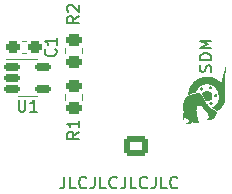
<source format=gto>
G04 #@! TF.GenerationSoftware,KiCad,Pcbnew,7.0.8*
G04 #@! TF.CreationDate,2024-01-19T21:48:40-07:00*
G04 #@! TF.ProjectId,wheelspeed,77686565-6c73-4706-9565-642e6b696361,v1*
G04 #@! TF.SameCoordinates,Original*
G04 #@! TF.FileFunction,Legend,Top*
G04 #@! TF.FilePolarity,Positive*
%FSLAX46Y46*%
G04 Gerber Fmt 4.6, Leading zero omitted, Abs format (unit mm)*
G04 Created by KiCad (PCBNEW 7.0.8) date 2024-01-19 21:48:40*
%MOMM*%
%LPD*%
G01*
G04 APERTURE LIST*
G04 Aperture macros list*
%AMRoundRect*
0 Rectangle with rounded corners*
0 $1 Rounding radius*
0 $2 $3 $4 $5 $6 $7 $8 $9 X,Y pos of 4 corners*
0 Add a 4 corners polygon primitive as box body*
4,1,4,$2,$3,$4,$5,$6,$7,$8,$9,$2,$3,0*
0 Add four circle primitives for the rounded corners*
1,1,$1+$1,$2,$3*
1,1,$1+$1,$4,$5*
1,1,$1+$1,$6,$7*
1,1,$1+$1,$8,$9*
0 Add four rect primitives between the rounded corners*
20,1,$1+$1,$2,$3,$4,$5,0*
20,1,$1+$1,$4,$5,$6,$7,0*
20,1,$1+$1,$6,$7,$8,$9,0*
20,1,$1+$1,$8,$9,$2,$3,0*%
G04 Aperture macros list end*
%ADD10C,0.150000*%
%ADD11C,0.120000*%
%ADD12RoundRect,0.250000X-0.450000X0.262500X-0.450000X-0.262500X0.450000X-0.262500X0.450000X0.262500X0*%
%ADD13C,4.500000*%
%ADD14RoundRect,0.250000X0.450000X-0.262500X0.450000X0.262500X-0.450000X0.262500X-0.450000X-0.262500X0*%
%ADD15RoundRect,0.275000X0.300000X0.275000X-0.300000X0.275000X-0.300000X-0.275000X0.300000X-0.275000X0*%
%ADD16RoundRect,0.150000X-0.512500X-0.150000X0.512500X-0.150000X0.512500X0.150000X-0.512500X0.150000X0*%
%ADD17C,1.200000*%
%ADD18RoundRect,0.250000X0.725000X-0.600000X0.725000X0.600000X-0.725000X0.600000X-0.725000X-0.600000X0*%
%ADD19O,1.950000X1.700000*%
G04 APERTURE END LIST*
D10*
X135522493Y-104769819D02*
X135522493Y-105484104D01*
X135522493Y-105484104D02*
X135474874Y-105626961D01*
X135474874Y-105626961D02*
X135379636Y-105722200D01*
X135379636Y-105722200D02*
X135236779Y-105769819D01*
X135236779Y-105769819D02*
X135141541Y-105769819D01*
X136474874Y-105769819D02*
X135998684Y-105769819D01*
X135998684Y-105769819D02*
X135998684Y-104769819D01*
X137379636Y-105674580D02*
X137332017Y-105722200D01*
X137332017Y-105722200D02*
X137189160Y-105769819D01*
X137189160Y-105769819D02*
X137093922Y-105769819D01*
X137093922Y-105769819D02*
X136951065Y-105722200D01*
X136951065Y-105722200D02*
X136855827Y-105626961D01*
X136855827Y-105626961D02*
X136808208Y-105531723D01*
X136808208Y-105531723D02*
X136760589Y-105341247D01*
X136760589Y-105341247D02*
X136760589Y-105198390D01*
X136760589Y-105198390D02*
X136808208Y-105007914D01*
X136808208Y-105007914D02*
X136855827Y-104912676D01*
X136855827Y-104912676D02*
X136951065Y-104817438D01*
X136951065Y-104817438D02*
X137093922Y-104769819D01*
X137093922Y-104769819D02*
X137189160Y-104769819D01*
X137189160Y-104769819D02*
X137332017Y-104817438D01*
X137332017Y-104817438D02*
X137379636Y-104865057D01*
X138093922Y-104769819D02*
X138093922Y-105484104D01*
X138093922Y-105484104D02*
X138046303Y-105626961D01*
X138046303Y-105626961D02*
X137951065Y-105722200D01*
X137951065Y-105722200D02*
X137808208Y-105769819D01*
X137808208Y-105769819D02*
X137712970Y-105769819D01*
X139046303Y-105769819D02*
X138570113Y-105769819D01*
X138570113Y-105769819D02*
X138570113Y-104769819D01*
X139951065Y-105674580D02*
X139903446Y-105722200D01*
X139903446Y-105722200D02*
X139760589Y-105769819D01*
X139760589Y-105769819D02*
X139665351Y-105769819D01*
X139665351Y-105769819D02*
X139522494Y-105722200D01*
X139522494Y-105722200D02*
X139427256Y-105626961D01*
X139427256Y-105626961D02*
X139379637Y-105531723D01*
X139379637Y-105531723D02*
X139332018Y-105341247D01*
X139332018Y-105341247D02*
X139332018Y-105198390D01*
X139332018Y-105198390D02*
X139379637Y-105007914D01*
X139379637Y-105007914D02*
X139427256Y-104912676D01*
X139427256Y-104912676D02*
X139522494Y-104817438D01*
X139522494Y-104817438D02*
X139665351Y-104769819D01*
X139665351Y-104769819D02*
X139760589Y-104769819D01*
X139760589Y-104769819D02*
X139903446Y-104817438D01*
X139903446Y-104817438D02*
X139951065Y-104865057D01*
X140665351Y-104769819D02*
X140665351Y-105484104D01*
X140665351Y-105484104D02*
X140617732Y-105626961D01*
X140617732Y-105626961D02*
X140522494Y-105722200D01*
X140522494Y-105722200D02*
X140379637Y-105769819D01*
X140379637Y-105769819D02*
X140284399Y-105769819D01*
X141617732Y-105769819D02*
X141141542Y-105769819D01*
X141141542Y-105769819D02*
X141141542Y-104769819D01*
X142522494Y-105674580D02*
X142474875Y-105722200D01*
X142474875Y-105722200D02*
X142332018Y-105769819D01*
X142332018Y-105769819D02*
X142236780Y-105769819D01*
X142236780Y-105769819D02*
X142093923Y-105722200D01*
X142093923Y-105722200D02*
X141998685Y-105626961D01*
X141998685Y-105626961D02*
X141951066Y-105531723D01*
X141951066Y-105531723D02*
X141903447Y-105341247D01*
X141903447Y-105341247D02*
X141903447Y-105198390D01*
X141903447Y-105198390D02*
X141951066Y-105007914D01*
X141951066Y-105007914D02*
X141998685Y-104912676D01*
X141998685Y-104912676D02*
X142093923Y-104817438D01*
X142093923Y-104817438D02*
X142236780Y-104769819D01*
X142236780Y-104769819D02*
X142332018Y-104769819D01*
X142332018Y-104769819D02*
X142474875Y-104817438D01*
X142474875Y-104817438D02*
X142522494Y-104865057D01*
X143236780Y-104769819D02*
X143236780Y-105484104D01*
X143236780Y-105484104D02*
X143189161Y-105626961D01*
X143189161Y-105626961D02*
X143093923Y-105722200D01*
X143093923Y-105722200D02*
X142951066Y-105769819D01*
X142951066Y-105769819D02*
X142855828Y-105769819D01*
X144189161Y-105769819D02*
X143712971Y-105769819D01*
X143712971Y-105769819D02*
X143712971Y-104769819D01*
X145093923Y-105674580D02*
X145046304Y-105722200D01*
X145046304Y-105722200D02*
X144903447Y-105769819D01*
X144903447Y-105769819D02*
X144808209Y-105769819D01*
X144808209Y-105769819D02*
X144665352Y-105722200D01*
X144665352Y-105722200D02*
X144570114Y-105626961D01*
X144570114Y-105626961D02*
X144522495Y-105531723D01*
X144522495Y-105531723D02*
X144474876Y-105341247D01*
X144474876Y-105341247D02*
X144474876Y-105198390D01*
X144474876Y-105198390D02*
X144522495Y-105007914D01*
X144522495Y-105007914D02*
X144570114Y-104912676D01*
X144570114Y-104912676D02*
X144665352Y-104817438D01*
X144665352Y-104817438D02*
X144808209Y-104769819D01*
X144808209Y-104769819D02*
X144903447Y-104769819D01*
X144903447Y-104769819D02*
X145046304Y-104817438D01*
X145046304Y-104817438D02*
X145093923Y-104865057D01*
X147922200Y-95910839D02*
X147969819Y-95767982D01*
X147969819Y-95767982D02*
X147969819Y-95529887D01*
X147969819Y-95529887D02*
X147922200Y-95434649D01*
X147922200Y-95434649D02*
X147874580Y-95387030D01*
X147874580Y-95387030D02*
X147779342Y-95339411D01*
X147779342Y-95339411D02*
X147684104Y-95339411D01*
X147684104Y-95339411D02*
X147588866Y-95387030D01*
X147588866Y-95387030D02*
X147541247Y-95434649D01*
X147541247Y-95434649D02*
X147493628Y-95529887D01*
X147493628Y-95529887D02*
X147446009Y-95720363D01*
X147446009Y-95720363D02*
X147398390Y-95815601D01*
X147398390Y-95815601D02*
X147350771Y-95863220D01*
X147350771Y-95863220D02*
X147255533Y-95910839D01*
X147255533Y-95910839D02*
X147160295Y-95910839D01*
X147160295Y-95910839D02*
X147065057Y-95863220D01*
X147065057Y-95863220D02*
X147017438Y-95815601D01*
X147017438Y-95815601D02*
X146969819Y-95720363D01*
X146969819Y-95720363D02*
X146969819Y-95482268D01*
X146969819Y-95482268D02*
X147017438Y-95339411D01*
X147969819Y-94910839D02*
X146969819Y-94910839D01*
X146969819Y-94910839D02*
X146969819Y-94672744D01*
X146969819Y-94672744D02*
X147017438Y-94529887D01*
X147017438Y-94529887D02*
X147112676Y-94434649D01*
X147112676Y-94434649D02*
X147207914Y-94387030D01*
X147207914Y-94387030D02*
X147398390Y-94339411D01*
X147398390Y-94339411D02*
X147541247Y-94339411D01*
X147541247Y-94339411D02*
X147731723Y-94387030D01*
X147731723Y-94387030D02*
X147826961Y-94434649D01*
X147826961Y-94434649D02*
X147922200Y-94529887D01*
X147922200Y-94529887D02*
X147969819Y-94672744D01*
X147969819Y-94672744D02*
X147969819Y-94910839D01*
X147969819Y-93910839D02*
X146969819Y-93910839D01*
X146969819Y-93910839D02*
X147684104Y-93577506D01*
X147684104Y-93577506D02*
X146969819Y-93244173D01*
X146969819Y-93244173D02*
X147969819Y-93244173D01*
X136748569Y-91179166D02*
X136272378Y-91512499D01*
X136748569Y-91750594D02*
X135748569Y-91750594D01*
X135748569Y-91750594D02*
X135748569Y-91369642D01*
X135748569Y-91369642D02*
X135796188Y-91274404D01*
X135796188Y-91274404D02*
X135843807Y-91226785D01*
X135843807Y-91226785D02*
X135939045Y-91179166D01*
X135939045Y-91179166D02*
X136081902Y-91179166D01*
X136081902Y-91179166D02*
X136177140Y-91226785D01*
X136177140Y-91226785D02*
X136224759Y-91274404D01*
X136224759Y-91274404D02*
X136272378Y-91369642D01*
X136272378Y-91369642D02*
X136272378Y-91750594D01*
X135843807Y-90798213D02*
X135796188Y-90750594D01*
X135796188Y-90750594D02*
X135748569Y-90655356D01*
X135748569Y-90655356D02*
X135748569Y-90417261D01*
X135748569Y-90417261D02*
X135796188Y-90322023D01*
X135796188Y-90322023D02*
X135843807Y-90274404D01*
X135843807Y-90274404D02*
X135939045Y-90226785D01*
X135939045Y-90226785D02*
X136034283Y-90226785D01*
X136034283Y-90226785D02*
X136177140Y-90274404D01*
X136177140Y-90274404D02*
X136748569Y-90845832D01*
X136748569Y-90845832D02*
X136748569Y-90226785D01*
X136748569Y-100979166D02*
X136272378Y-101312499D01*
X136748569Y-101550594D02*
X135748569Y-101550594D01*
X135748569Y-101550594D02*
X135748569Y-101169642D01*
X135748569Y-101169642D02*
X135796188Y-101074404D01*
X135796188Y-101074404D02*
X135843807Y-101026785D01*
X135843807Y-101026785D02*
X135939045Y-100979166D01*
X135939045Y-100979166D02*
X136081902Y-100979166D01*
X136081902Y-100979166D02*
X136177140Y-101026785D01*
X136177140Y-101026785D02*
X136224759Y-101074404D01*
X136224759Y-101074404D02*
X136272378Y-101169642D01*
X136272378Y-101169642D02*
X136272378Y-101550594D01*
X136748569Y-100026785D02*
X136748569Y-100598213D01*
X136748569Y-100312499D02*
X135748569Y-100312499D01*
X135748569Y-100312499D02*
X135891426Y-100407737D01*
X135891426Y-100407737D02*
X135986664Y-100502975D01*
X135986664Y-100502975D02*
X136034283Y-100598213D01*
X134759580Y-93966666D02*
X134807200Y-94014285D01*
X134807200Y-94014285D02*
X134854819Y-94157142D01*
X134854819Y-94157142D02*
X134854819Y-94252380D01*
X134854819Y-94252380D02*
X134807200Y-94395237D01*
X134807200Y-94395237D02*
X134711961Y-94490475D01*
X134711961Y-94490475D02*
X134616723Y-94538094D01*
X134616723Y-94538094D02*
X134426247Y-94585713D01*
X134426247Y-94585713D02*
X134283390Y-94585713D01*
X134283390Y-94585713D02*
X134092914Y-94538094D01*
X134092914Y-94538094D02*
X133997676Y-94490475D01*
X133997676Y-94490475D02*
X133902438Y-94395237D01*
X133902438Y-94395237D02*
X133854819Y-94252380D01*
X133854819Y-94252380D02*
X133854819Y-94157142D01*
X133854819Y-94157142D02*
X133902438Y-94014285D01*
X133902438Y-94014285D02*
X133950057Y-93966666D01*
X134854819Y-93014285D02*
X134854819Y-93585713D01*
X134854819Y-93299999D02*
X133854819Y-93299999D01*
X133854819Y-93299999D02*
X133997676Y-93395237D01*
X133997676Y-93395237D02*
X134092914Y-93490475D01*
X134092914Y-93490475D02*
X134140533Y-93585713D01*
X131638095Y-98254819D02*
X131638095Y-99064342D01*
X131638095Y-99064342D02*
X131685714Y-99159580D01*
X131685714Y-99159580D02*
X131733333Y-99207200D01*
X131733333Y-99207200D02*
X131828571Y-99254819D01*
X131828571Y-99254819D02*
X132019047Y-99254819D01*
X132019047Y-99254819D02*
X132114285Y-99207200D01*
X132114285Y-99207200D02*
X132161904Y-99159580D01*
X132161904Y-99159580D02*
X132209523Y-99064342D01*
X132209523Y-99064342D02*
X132209523Y-98254819D01*
X133209523Y-99254819D02*
X132638095Y-99254819D01*
X132923809Y-99254819D02*
X132923809Y-98254819D01*
X132923809Y-98254819D02*
X132828571Y-98397676D01*
X132828571Y-98397676D02*
X132733333Y-98492914D01*
X132733333Y-98492914D02*
X132638095Y-98540533D01*
D11*
X137028750Y-93885436D02*
X137028750Y-94339564D01*
X135558750Y-93885436D02*
X135558750Y-94339564D01*
X135558750Y-98239564D02*
X135558750Y-97785436D01*
X137028750Y-98239564D02*
X137028750Y-97785436D01*
X132240580Y-94310000D02*
X131959420Y-94310000D01*
X132240580Y-93290000D02*
X131959420Y-93290000D01*
X132393750Y-94840000D02*
X130593750Y-94840000D01*
X132393750Y-94840000D02*
X133193750Y-94840000D01*
X132393750Y-97960000D02*
X131593750Y-97960000D01*
X132393750Y-97960000D02*
X133193750Y-97960000D01*
G36*
X148343323Y-97776157D02*
G01*
X148367333Y-97783106D01*
X148389368Y-97795329D01*
X148410376Y-97813088D01*
X148428497Y-97835173D01*
X148441067Y-97860010D01*
X148447988Y-97887295D01*
X148449163Y-97916727D01*
X148447916Y-97929679D01*
X148442963Y-97949146D01*
X148433789Y-97969632D01*
X148421550Y-97988970D01*
X148408091Y-98004347D01*
X148385847Y-98021228D01*
X148360673Y-98032954D01*
X148333481Y-98039302D01*
X148305184Y-98040048D01*
X148279902Y-98035842D01*
X148254105Y-98026168D01*
X148231896Y-98011979D01*
X148213491Y-97994025D01*
X148199105Y-97973055D01*
X148188953Y-97949817D01*
X148183251Y-97925059D01*
X148182214Y-97899531D01*
X148186058Y-97873982D01*
X148194998Y-97849159D01*
X148209249Y-97825812D01*
X148216845Y-97816653D01*
X148237171Y-97797946D01*
X148259576Y-97784798D01*
X148284734Y-97776919D01*
X148313317Y-97774020D01*
X148316164Y-97773993D01*
X148343323Y-97776157D01*
G37*
G36*
X147165582Y-97213928D02*
G01*
X147192973Y-97219837D01*
X147218046Y-97230937D01*
X147240146Y-97246773D01*
X147258622Y-97266891D01*
X147272819Y-97290840D01*
X147281063Y-97313978D01*
X147283813Y-97332033D01*
X147283970Y-97352801D01*
X147281659Y-97373371D01*
X147277867Y-97388467D01*
X147269823Y-97407992D01*
X147259716Y-97424309D01*
X147245936Y-97439865D01*
X147240870Y-97444726D01*
X147218530Y-97461548D01*
X147193905Y-97473030D01*
X147167871Y-97479187D01*
X147141303Y-97480034D01*
X147115079Y-97475587D01*
X147090074Y-97465861D01*
X147067165Y-97450873D01*
X147056806Y-97441446D01*
X147038753Y-97419896D01*
X147026473Y-97397215D01*
X147019516Y-97372302D01*
X147017430Y-97344988D01*
X147020428Y-97317218D01*
X147028894Y-97291370D01*
X147042227Y-97268107D01*
X147059828Y-97248089D01*
X147081097Y-97231978D01*
X147105434Y-97220437D01*
X147132239Y-97214125D01*
X147136527Y-97213662D01*
X147165582Y-97213928D01*
G37*
G36*
X147918106Y-97121606D02*
G01*
X147944202Y-97128725D01*
X147966451Y-97139588D01*
X147986574Y-97155106D01*
X147992485Y-97160837D01*
X148005685Y-97175755D01*
X148014972Y-97190268D01*
X148019668Y-97200558D01*
X148026395Y-97223271D01*
X148029666Y-97247847D01*
X148029250Y-97271722D01*
X148027217Y-97284287D01*
X148018225Y-97310686D01*
X148004580Y-97333655D01*
X147987022Y-97352922D01*
X147966293Y-97368218D01*
X147943132Y-97379272D01*
X147918281Y-97385812D01*
X147892479Y-97387569D01*
X147866467Y-97384272D01*
X147840987Y-97375650D01*
X147816777Y-97361432D01*
X147816565Y-97361276D01*
X147795899Y-97342814D01*
X147780581Y-97321618D01*
X147770424Y-97297295D01*
X147765239Y-97269449D01*
X147764437Y-97251471D01*
X147764578Y-97236696D01*
X147765310Y-97226026D01*
X147767080Y-97217317D01*
X147770333Y-97208424D01*
X147775518Y-97197202D01*
X147775922Y-97196363D01*
X147790492Y-97172721D01*
X147809173Y-97152841D01*
X147831097Y-97137179D01*
X147855396Y-97126192D01*
X147881203Y-97120336D01*
X147907648Y-97120067D01*
X147918106Y-97121606D01*
G37*
G36*
X147950989Y-98417315D02*
G01*
X147962831Y-98417721D01*
X147971619Y-98418729D01*
X147978949Y-98420610D01*
X147986419Y-98423634D01*
X147994156Y-98427346D01*
X148017886Y-98442388D01*
X148037591Y-98461806D01*
X148052743Y-98484796D01*
X148062814Y-98510555D01*
X148067276Y-98538280D01*
X148067295Y-98538664D01*
X148067550Y-98552684D01*
X148067063Y-98566105D01*
X148065940Y-98576279D01*
X148065757Y-98577206D01*
X148058125Y-98600031D01*
X148045688Y-98622085D01*
X148029577Y-98641911D01*
X148010925Y-98658051D01*
X147996107Y-98666787D01*
X147967984Y-98676987D01*
X147939847Y-98681250D01*
X147912325Y-98679683D01*
X147886041Y-98672392D01*
X147861624Y-98659481D01*
X147839700Y-98641056D01*
X147838961Y-98640287D01*
X147821447Y-98617780D01*
X147809392Y-98593315D01*
X147802655Y-98567661D01*
X147801096Y-98541588D01*
X147804573Y-98515866D01*
X147812948Y-98491266D01*
X147826078Y-98468556D01*
X147843824Y-98448506D01*
X147866045Y-98431887D01*
X147878171Y-98425397D01*
X147885994Y-98421935D01*
X147893184Y-98419614D01*
X147901293Y-98418211D01*
X147911872Y-98417500D01*
X147926473Y-98417256D01*
X147934494Y-98417239D01*
X147950989Y-98417315D01*
G37*
G36*
X146089012Y-100081691D02*
G01*
X146100414Y-100088604D01*
X146110330Y-100095193D01*
X146135221Y-100111014D01*
X146162987Y-100126684D01*
X146191465Y-100141080D01*
X146218493Y-100153079D01*
X146231094Y-100157939D01*
X146245078Y-100162654D01*
X146261161Y-100167548D01*
X146277890Y-100172237D01*
X146293811Y-100176340D01*
X146307471Y-100179473D01*
X146317415Y-100181254D01*
X146320692Y-100181519D01*
X146326938Y-100182341D01*
X146328412Y-100185046D01*
X146324933Y-100189986D01*
X146316317Y-100197516D01*
X146309877Y-100202474D01*
X146268443Y-100230911D01*
X146226703Y-100254007D01*
X146183548Y-100272198D01*
X146137870Y-100285922D01*
X146088558Y-100295612D01*
X146064694Y-100298796D01*
X146046436Y-100300784D01*
X146032037Y-100301899D01*
X146019293Y-100302138D01*
X146006000Y-100301501D01*
X145989955Y-100299986D01*
X145978964Y-100298756D01*
X145938112Y-100292774D01*
X145899752Y-100284617D01*
X145865436Y-100274634D01*
X145855384Y-100271044D01*
X145841772Y-100265624D01*
X145827636Y-100259503D01*
X145814268Y-100253300D01*
X145802958Y-100247633D01*
X145794998Y-100243121D01*
X145791768Y-100240562D01*
X145793687Y-100239143D01*
X145800384Y-100238139D01*
X145809971Y-100237776D01*
X145849511Y-100234778D01*
X145889294Y-100226057D01*
X145928335Y-100212017D01*
X145965653Y-100193062D01*
X146000264Y-100169600D01*
X146023269Y-100149846D01*
X146033967Y-100138872D01*
X146045390Y-100125817D01*
X146056540Y-100111974D01*
X146066418Y-100098640D01*
X146074026Y-100087109D01*
X146078364Y-100078675D01*
X146078536Y-100078186D01*
X146081559Y-100078133D01*
X146089012Y-100081691D01*
G37*
G36*
X147665065Y-97504355D02*
G01*
X147693297Y-97509178D01*
X147742005Y-97522846D01*
X147788593Y-97542110D01*
X147832648Y-97566551D01*
X147873757Y-97595753D01*
X147911508Y-97629296D01*
X147945487Y-97666764D01*
X147975283Y-97707739D01*
X148000482Y-97751803D01*
X148020672Y-97798539D01*
X148035439Y-97847529D01*
X148037756Y-97857795D01*
X148040974Y-97877439D01*
X148043398Y-97901378D01*
X148044949Y-97927701D01*
X148045550Y-97954494D01*
X148045120Y-97979844D01*
X148043661Y-98001089D01*
X148036491Y-98045102D01*
X148024363Y-98090120D01*
X148007908Y-98134348D01*
X147987756Y-98175993D01*
X147973840Y-98199483D01*
X147943259Y-98241505D01*
X147908315Y-98279155D01*
X147869323Y-98312207D01*
X147826598Y-98340435D01*
X147780455Y-98363612D01*
X147731209Y-98381513D01*
X147713474Y-98386444D01*
X147702481Y-98389195D01*
X147692944Y-98391296D01*
X147683763Y-98392836D01*
X147673835Y-98393904D01*
X147662060Y-98394589D01*
X147647335Y-98394981D01*
X147628559Y-98395168D01*
X147604700Y-98395240D01*
X147578603Y-98395203D01*
X147557978Y-98394915D01*
X147542048Y-98394248D01*
X147530036Y-98393073D01*
X147521165Y-98391265D01*
X147514658Y-98388696D01*
X147509738Y-98385237D01*
X147505627Y-98380763D01*
X147504106Y-98378758D01*
X147480842Y-98346404D01*
X147457721Y-98313097D01*
X147435295Y-98279698D01*
X147414113Y-98247069D01*
X147394728Y-98216069D01*
X147377690Y-98187559D01*
X147363549Y-98162399D01*
X147354739Y-98145359D01*
X147346532Y-98127686D01*
X147338014Y-98107812D01*
X147330409Y-98088663D01*
X147326587Y-98078135D01*
X147318206Y-98054592D01*
X147309935Y-98033383D01*
X147301300Y-98013718D01*
X147291824Y-97994803D01*
X147281035Y-97975849D01*
X147268456Y-97956063D01*
X147253614Y-97934654D01*
X147236033Y-97910830D01*
X147215239Y-97883800D01*
X147193490Y-97856210D01*
X147155785Y-97808746D01*
X147159862Y-97792641D01*
X147164356Y-97779162D01*
X147171690Y-97762044D01*
X147181123Y-97742769D01*
X147191914Y-97722822D01*
X147203321Y-97703686D01*
X147207728Y-97696838D01*
X147218865Y-97681797D01*
X147233782Y-97664302D01*
X147251230Y-97645609D01*
X147269958Y-97626975D01*
X147288718Y-97609658D01*
X147306260Y-97594913D01*
X147317165Y-97586782D01*
X147352895Y-97564591D01*
X147392576Y-97544642D01*
X147399987Y-97541375D01*
X147440918Y-97526221D01*
X147484945Y-97514463D01*
X147530720Y-97506250D01*
X147576897Y-97501729D01*
X147622128Y-97501048D01*
X147665065Y-97504355D01*
G37*
G36*
X147039617Y-97754155D02*
G01*
X147087652Y-97800092D01*
X147131189Y-97846031D01*
X147169750Y-97891440D01*
X147202859Y-97935781D01*
X147208295Y-97943743D01*
X147223550Y-97967966D01*
X147238822Y-97995406D01*
X147254483Y-98026804D01*
X147270904Y-98062901D01*
X147285994Y-98098450D01*
X147299866Y-98131718D01*
X147312135Y-98160251D01*
X147323409Y-98185158D01*
X147334295Y-98207545D01*
X147345398Y-98228519D01*
X147357327Y-98249186D01*
X147370689Y-98270654D01*
X147386090Y-98294029D01*
X147404138Y-98320418D01*
X147420927Y-98344498D01*
X147481837Y-98429985D01*
X147540793Y-98509835D01*
X147597985Y-98584284D01*
X147653602Y-98653567D01*
X147707835Y-98717919D01*
X147760872Y-98777576D01*
X147812902Y-98832773D01*
X147818726Y-98838740D01*
X147867570Y-98887177D01*
X147913982Y-98930216D01*
X147958276Y-98968073D01*
X148000768Y-99000966D01*
X148041772Y-99029111D01*
X148081604Y-99052723D01*
X148120580Y-99072021D01*
X148159013Y-99087219D01*
X148196609Y-99098384D01*
X148211640Y-99102634D01*
X148225969Y-99107911D01*
X148240152Y-99114622D01*
X148254745Y-99123175D01*
X148270304Y-99133981D01*
X148287385Y-99147446D01*
X148306544Y-99163980D01*
X148328337Y-99183992D01*
X148353320Y-99207890D01*
X148376518Y-99230615D01*
X148448554Y-99301723D01*
X148449023Y-99332044D01*
X148449017Y-99347411D01*
X148448278Y-99358267D01*
X148446567Y-99366331D01*
X148443645Y-99373321D01*
X148443166Y-99374236D01*
X148439583Y-99380611D01*
X148433383Y-99391270D01*
X148425193Y-99405155D01*
X148415636Y-99421205D01*
X148405339Y-99438362D01*
X148404810Y-99439240D01*
X148393156Y-99458855D01*
X148381020Y-99479765D01*
X148369404Y-99500217D01*
X148359305Y-99518455D01*
X148353197Y-99529876D01*
X148321322Y-99589753D01*
X148291177Y-99643942D01*
X148262592Y-99692710D01*
X148235396Y-99736323D01*
X148209415Y-99775047D01*
X148184480Y-99809149D01*
X148160418Y-99838896D01*
X148139299Y-99862236D01*
X148128010Y-99873522D01*
X148116360Y-99884397D01*
X148106206Y-99893155D01*
X148102506Y-99896035D01*
X148089716Y-99903850D01*
X148071269Y-99912749D01*
X148047629Y-99922550D01*
X148019260Y-99933069D01*
X147986627Y-99944125D01*
X147954743Y-99954156D01*
X147940363Y-99958269D01*
X147920933Y-99963432D01*
X147897518Y-99969394D01*
X147871182Y-99975901D01*
X147842989Y-99982699D01*
X147814003Y-99989537D01*
X147785287Y-99996160D01*
X147757907Y-100002316D01*
X147732926Y-100007752D01*
X147711408Y-100012214D01*
X147706740Y-100013139D01*
X147694651Y-100015736D01*
X147682487Y-100018680D01*
X147680697Y-100019153D01*
X147671387Y-100020920D01*
X147664753Y-100019794D01*
X147660739Y-100017580D01*
X147653744Y-100010454D01*
X147646332Y-99998686D01*
X147639168Y-99983792D01*
X147632918Y-99967287D01*
X147628248Y-99950686D01*
X147626155Y-99938862D01*
X147625640Y-99930665D01*
X147626435Y-99922812D01*
X147628956Y-99914536D01*
X147633618Y-99905071D01*
X147640838Y-99893651D01*
X147651032Y-99879510D01*
X147664615Y-99861882D01*
X147675251Y-99848452D01*
X147698020Y-99818583D01*
X147716110Y-99791880D01*
X147729852Y-99767770D01*
X147739576Y-99745679D01*
X147745099Y-99727338D01*
X147748261Y-99712035D01*
X147749650Y-99699422D01*
X147749270Y-99687051D01*
X147747125Y-99672468D01*
X147745213Y-99662705D01*
X147733672Y-99617059D01*
X147717177Y-99568132D01*
X147695883Y-99516246D01*
X147669941Y-99461725D01*
X147639506Y-99404891D01*
X147604730Y-99346067D01*
X147566878Y-99287235D01*
X147500081Y-99191657D01*
X147430610Y-99100948D01*
X147357550Y-99013974D01*
X147279982Y-98929606D01*
X147261119Y-98910156D01*
X147225606Y-98874640D01*
X147192722Y-98843271D01*
X147162644Y-98816198D01*
X147135549Y-98793567D01*
X147111615Y-98775528D01*
X147091019Y-98762227D01*
X147073937Y-98753812D01*
X147073385Y-98753600D01*
X147062132Y-98750336D01*
X147046191Y-98747049D01*
X147027123Y-98743949D01*
X147006486Y-98741248D01*
X146985838Y-98739155D01*
X146966740Y-98737882D01*
X146954860Y-98737591D01*
X146940373Y-98738136D01*
X146922769Y-98739589D01*
X146905068Y-98741680D01*
X146898780Y-98742612D01*
X146859606Y-98751115D01*
X146825343Y-98763440D01*
X146795882Y-98779682D01*
X146771118Y-98799937D01*
X146750941Y-98824300D01*
X146735243Y-98852869D01*
X146723918Y-98885738D01*
X146720410Y-98900992D01*
X146711235Y-98957650D01*
X146705285Y-99019206D01*
X146702511Y-99085235D01*
X146702864Y-99155310D01*
X146706296Y-99229005D01*
X146712758Y-99305894D01*
X146722200Y-99385549D01*
X146734574Y-99467546D01*
X146749832Y-99551458D01*
X146767924Y-99636858D01*
X146788802Y-99723320D01*
X146812416Y-99810418D01*
X146832168Y-99876794D01*
X146843213Y-99911573D01*
X146854720Y-99945818D01*
X146867234Y-99981053D01*
X146881295Y-100018802D01*
X146897447Y-100060589D01*
X146898502Y-100063278D01*
X146905484Y-100080976D01*
X146911287Y-100095408D01*
X146916591Y-100108153D01*
X146922077Y-100120791D01*
X146928426Y-100134903D01*
X146936318Y-100152067D01*
X146942560Y-100165529D01*
X146948231Y-100177964D01*
X146952746Y-100188297D01*
X146955545Y-100195219D01*
X146956183Y-100197342D01*
X146953227Y-100199928D01*
X146944938Y-100203116D01*
X146932183Y-100206713D01*
X146915826Y-100210524D01*
X146896734Y-100214354D01*
X146875775Y-100218009D01*
X146853813Y-100221294D01*
X146843669Y-100222620D01*
X146831904Y-100223668D01*
X146815477Y-100224550D01*
X146795522Y-100225260D01*
X146773170Y-100225787D01*
X146749554Y-100226125D01*
X146725808Y-100226264D01*
X146703063Y-100226196D01*
X146682451Y-100225913D01*
X146665107Y-100225406D01*
X146652161Y-100224667D01*
X146646770Y-100224078D01*
X146637907Y-100222932D01*
X146625630Y-100221589D01*
X146613953Y-100220465D01*
X146579644Y-100216785D01*
X146541231Y-100211600D01*
X146500590Y-100205229D01*
X146459596Y-100197990D01*
X146420125Y-100190202D01*
X146384052Y-100182184D01*
X146373299Y-100179564D01*
X146315655Y-100162814D01*
X146259701Y-100141676D01*
X146204384Y-100115684D01*
X146148649Y-100084373D01*
X146126900Y-100070829D01*
X146092278Y-100048142D01*
X146061293Y-100026501D01*
X146032634Y-100004843D01*
X146004991Y-99982104D01*
X145977052Y-99957223D01*
X145947508Y-99929137D01*
X145926369Y-99908203D01*
X145898341Y-99879443D01*
X145874934Y-99853978D01*
X145855767Y-99831352D01*
X145840462Y-99811109D01*
X145828637Y-99792792D01*
X145825287Y-99786818D01*
X145819675Y-99775724D01*
X145816815Y-99767531D01*
X145816131Y-99759850D01*
X145816851Y-99751778D01*
X145822169Y-99730923D01*
X145832668Y-99708231D01*
X145847779Y-99684315D01*
X145866930Y-99659787D01*
X145889555Y-99635262D01*
X145915081Y-99611353D01*
X145942941Y-99588673D01*
X145972565Y-99567836D01*
X146003383Y-99549454D01*
X146006066Y-99548011D01*
X146015578Y-99543268D01*
X146025659Y-99539047D01*
X146037440Y-99534990D01*
X146052051Y-99530737D01*
X146070625Y-99525931D01*
X146092014Y-99520752D01*
X146117984Y-99513757D01*
X146138956Y-99506064D01*
X146156180Y-99497032D01*
X146170909Y-99486024D01*
X146182497Y-99474529D01*
X146192336Y-99462898D01*
X146198308Y-99454139D01*
X146200153Y-99448710D01*
X146198059Y-99447053D01*
X146194672Y-99448677D01*
X146187978Y-99452827D01*
X146183213Y-99456014D01*
X146162278Y-99468684D01*
X146138036Y-99480079D01*
X146109634Y-99490533D01*
X146076221Y-99500381D01*
X146059197Y-99504735D01*
X146027090Y-99514483D01*
X145992238Y-99528368D01*
X145955874Y-99545708D01*
X145919231Y-99565816D01*
X145883541Y-99588009D01*
X145850035Y-99611601D01*
X145819947Y-99635908D01*
X145814623Y-99640637D01*
X145771509Y-99683714D01*
X145733411Y-99730486D01*
X145700412Y-99780805D01*
X145672594Y-99834527D01*
X145650041Y-99891507D01*
X145632834Y-99951599D01*
X145629792Y-99965141D01*
X145626422Y-99981610D01*
X145623370Y-99997823D01*
X145621012Y-100011696D01*
X145619877Y-100019745D01*
X145618397Y-100029066D01*
X145616666Y-100034967D01*
X145615368Y-100036173D01*
X145613025Y-100032488D01*
X145609103Y-100023857D01*
X145603981Y-100011269D01*
X145598038Y-99995715D01*
X145591652Y-99978185D01*
X145585203Y-99959667D01*
X145579480Y-99942427D01*
X145572099Y-99918134D01*
X145564660Y-99891078D01*
X145557685Y-99863341D01*
X145551693Y-99837009D01*
X145547206Y-99814165D01*
X145546694Y-99811161D01*
X145544308Y-99796897D01*
X145541826Y-99782173D01*
X145540156Y-99772353D01*
X145538513Y-99759272D01*
X145537463Y-99744223D01*
X145537258Y-99735815D01*
X145536795Y-99725288D01*
X145535589Y-99717447D01*
X145534133Y-99714274D01*
X145532761Y-99710448D01*
X145531790Y-99701972D01*
X145531218Y-99690431D01*
X145531045Y-99677414D01*
X145531273Y-99664506D01*
X145531901Y-99653296D01*
X145532928Y-99645371D01*
X145534133Y-99642390D01*
X145535846Y-99638439D01*
X145537004Y-99630256D01*
X145537313Y-99622672D01*
X145538341Y-99604692D01*
X145541136Y-99582382D01*
X145545400Y-99557312D01*
X145550837Y-99531054D01*
X145557149Y-99505179D01*
X145563985Y-99481433D01*
X145585994Y-99421450D01*
X145613529Y-99363727D01*
X145646806Y-99307859D01*
X145683722Y-99256405D01*
X145698217Y-99238821D01*
X145716293Y-99218504D01*
X145736730Y-99196720D01*
X145758303Y-99174733D01*
X145779790Y-99153810D01*
X145799970Y-99135216D01*
X145805536Y-99130324D01*
X145816357Y-99120648D01*
X145824836Y-99112502D01*
X145830185Y-99106687D01*
X145831617Y-99104004D01*
X145831507Y-99103936D01*
X145826814Y-99104869D01*
X145818014Y-99108827D01*
X145806120Y-99115250D01*
X145792144Y-99123576D01*
X145777099Y-99133244D01*
X145770099Y-99137986D01*
X145736297Y-99164369D01*
X145702701Y-99196708D01*
X145669593Y-99234711D01*
X145643712Y-99268906D01*
X145635288Y-99280718D01*
X145629808Y-99288303D01*
X145626557Y-99292503D01*
X145624817Y-99294157D01*
X145623873Y-99294106D01*
X145623007Y-99293189D01*
X145623001Y-99293183D01*
X145620861Y-99288554D01*
X145617873Y-99278502D01*
X145614184Y-99263773D01*
X145609940Y-99245117D01*
X145605287Y-99223280D01*
X145600371Y-99199010D01*
X145595339Y-99173055D01*
X145590337Y-99146163D01*
X145585510Y-99119082D01*
X145581005Y-99092558D01*
X145576968Y-99067341D01*
X145573546Y-99044177D01*
X145571823Y-99031377D01*
X145567162Y-98989734D01*
X145563411Y-98945067D01*
X145560598Y-98898590D01*
X145558749Y-98851514D01*
X145557894Y-98805051D01*
X145558060Y-98760413D01*
X145559274Y-98718811D01*
X145561564Y-98681459D01*
X145563357Y-98662582D01*
X145573486Y-98586760D01*
X145586779Y-98515602D01*
X145603504Y-98448231D01*
X145623930Y-98383772D01*
X145648325Y-98321348D01*
X145676958Y-98260083D01*
X145699634Y-98217473D01*
X145725459Y-98174065D01*
X145752499Y-98134548D01*
X145781437Y-98098258D01*
X145812959Y-98064533D01*
X145847749Y-98032709D01*
X145886492Y-98002123D01*
X145929872Y-97972111D01*
X145978574Y-97942010D01*
X145992002Y-97934197D01*
X146042061Y-97907340D01*
X146097397Y-97881186D01*
X146157049Y-97856067D01*
X146220055Y-97832314D01*
X146285452Y-97810260D01*
X146352279Y-97790235D01*
X146419573Y-97772572D01*
X146486372Y-97757602D01*
X146526442Y-97749938D01*
X146539054Y-97747693D01*
X146554603Y-97744928D01*
X146569871Y-97742214D01*
X146570879Y-97742034D01*
X146610269Y-97735590D01*
X146653607Y-97729479D01*
X146699600Y-97723824D01*
X146746957Y-97718745D01*
X146794385Y-97714365D01*
X146840592Y-97710805D01*
X146884284Y-97708185D01*
X146924170Y-97706628D01*
X146952106Y-97706229D01*
X146987097Y-97706214D01*
X147039617Y-97754155D01*
G37*
G36*
X149157564Y-95470875D02*
G01*
X149159034Y-95476084D01*
X149159758Y-95479378D01*
X149160301Y-95485050D01*
X149160785Y-95496122D01*
X149161209Y-95511984D01*
X149161575Y-95532026D01*
X149161882Y-95555636D01*
X149162131Y-95582206D01*
X149162322Y-95611124D01*
X149162455Y-95641781D01*
X149162531Y-95673565D01*
X149162549Y-95705868D01*
X149162510Y-95738078D01*
X149162414Y-95769586D01*
X149162262Y-95799781D01*
X149162053Y-95828053D01*
X149161788Y-95853791D01*
X149161467Y-95876386D01*
X149161091Y-95895227D01*
X149160659Y-95909704D01*
X149160173Y-95919206D01*
X149159631Y-95923124D01*
X149159579Y-95923182D01*
X149159120Y-95926598D01*
X149158696Y-95936236D01*
X149158309Y-95952069D01*
X149157957Y-95974069D01*
X149157642Y-96002207D01*
X149157363Y-96036457D01*
X149157121Y-96076789D01*
X149156916Y-96123177D01*
X149156747Y-96175591D01*
X149156616Y-96234005D01*
X149156522Y-96298390D01*
X149156465Y-96368717D01*
X149156446Y-96442962D01*
X149156422Y-96533023D01*
X149156355Y-96622854D01*
X149156246Y-96712216D01*
X149156097Y-96800873D01*
X149155908Y-96888588D01*
X149155683Y-96975123D01*
X149155422Y-97060243D01*
X149155126Y-97143710D01*
X149154799Y-97225287D01*
X149154440Y-97304736D01*
X149154052Y-97381822D01*
X149153636Y-97456307D01*
X149153193Y-97527954D01*
X149152726Y-97596527D01*
X149152236Y-97661787D01*
X149151724Y-97723499D01*
X149151193Y-97781425D01*
X149150642Y-97835328D01*
X149150075Y-97884972D01*
X149149493Y-97930119D01*
X149148897Y-97970533D01*
X149148289Y-98005976D01*
X149147670Y-98036211D01*
X149147042Y-98061002D01*
X149146407Y-98080111D01*
X149145766Y-98093302D01*
X149145506Y-98096887D01*
X149135220Y-98191185D01*
X149120539Y-98281387D01*
X149101335Y-98367972D01*
X149077476Y-98451414D01*
X149048834Y-98532191D01*
X149015277Y-98610778D01*
X148992314Y-98657894D01*
X148950238Y-98734187D01*
X148903777Y-98807022D01*
X148853232Y-98876063D01*
X148798907Y-98940971D01*
X148741104Y-99001409D01*
X148680124Y-99057038D01*
X148616272Y-99107521D01*
X148549848Y-99152520D01*
X148548990Y-99153054D01*
X148527525Y-99165812D01*
X148505901Y-99177585D01*
X148484948Y-99188014D01*
X148465495Y-99196740D01*
X148448371Y-99203403D01*
X148434405Y-99207644D01*
X148424427Y-99209104D01*
X148420884Y-99208570D01*
X148417118Y-99205431D01*
X148410787Y-99198470D01*
X148402988Y-99188928D01*
X148399178Y-99183972D01*
X148383172Y-99163895D01*
X148365499Y-99143677D01*
X148347427Y-99124653D01*
X148330223Y-99108156D01*
X148315158Y-99095519D01*
X148314863Y-99095298D01*
X148297932Y-99083505D01*
X148280728Y-99073670D01*
X148261870Y-99065196D01*
X148239980Y-99057488D01*
X148213678Y-99049948D01*
X148204387Y-99047546D01*
X148178426Y-99040677D01*
X148157409Y-99034363D01*
X148140118Y-99028115D01*
X148125335Y-99021442D01*
X148111841Y-99013854D01*
X148098615Y-99005002D01*
X148088011Y-98996632D01*
X148075822Y-98985703D01*
X148062694Y-98972946D01*
X148049273Y-98959091D01*
X148036204Y-98944867D01*
X148024133Y-98931004D01*
X148013706Y-98918233D01*
X148005568Y-98907284D01*
X148000366Y-98898887D01*
X147998745Y-98893771D01*
X147999323Y-98892754D01*
X148003204Y-98890971D01*
X148011393Y-98887551D01*
X148022374Y-98883121D01*
X148026719Y-98881401D01*
X148043690Y-98874676D01*
X148057283Y-98869149D01*
X148069055Y-98864118D01*
X148080560Y-98858878D01*
X148093354Y-98852728D01*
X148108994Y-98844964D01*
X148123514Y-98837666D01*
X148184985Y-98803285D01*
X148242492Y-98764136D01*
X148295940Y-98720361D01*
X148345235Y-98672101D01*
X148390283Y-98619496D01*
X148430990Y-98562686D01*
X148467263Y-98501814D01*
X148499006Y-98437020D01*
X148526126Y-98368444D01*
X148548529Y-98296227D01*
X148566121Y-98220511D01*
X148576403Y-98159395D01*
X148584877Y-98078427D01*
X148587679Y-97996262D01*
X148584882Y-97913706D01*
X148576559Y-97831567D01*
X148562782Y-97750651D01*
X148543624Y-97671765D01*
X148527785Y-97620362D01*
X148499830Y-97545708D01*
X148467591Y-97475524D01*
X148430952Y-97409617D01*
X148389794Y-97347796D01*
X148344000Y-97289871D01*
X148293453Y-97235649D01*
X148288645Y-97230923D01*
X148259372Y-97203291D01*
X148230919Y-97178529D01*
X148201926Y-97155613D01*
X148171035Y-97133515D01*
X148136885Y-97111209D01*
X148101636Y-97089750D01*
X148029741Y-97050355D01*
X147957496Y-97017183D01*
X147884822Y-96990211D01*
X147811642Y-96969416D01*
X147737876Y-96954778D01*
X147663446Y-96946273D01*
X147588939Y-96943873D01*
X147568935Y-96944161D01*
X147549863Y-96944668D01*
X147533085Y-96945343D01*
X147519962Y-96946130D01*
X147512367Y-96946896D01*
X147500538Y-96948622D01*
X147485655Y-96950733D01*
X147470862Y-96952786D01*
X147470308Y-96952862D01*
X147429209Y-96959665D01*
X147384579Y-96969165D01*
X147338261Y-96980862D01*
X147292096Y-96994255D01*
X147247928Y-97008846D01*
X147207776Y-97024061D01*
X147137834Y-97055846D01*
X147071998Y-97092319D01*
X147010238Y-97133508D01*
X146952522Y-97179443D01*
X146898822Y-97230151D01*
X146849106Y-97285661D01*
X146803344Y-97346000D01*
X146761506Y-97411198D01*
X146728977Y-97470515D01*
X146716164Y-97497239D01*
X146702887Y-97527743D01*
X146689806Y-97560294D01*
X146677583Y-97593160D01*
X146666879Y-97624609D01*
X146658356Y-97652909D01*
X146656145Y-97661223D01*
X146652072Y-97677177D01*
X146615823Y-97680988D01*
X146599359Y-97682806D01*
X146583267Y-97684733D01*
X146569674Y-97686506D01*
X146562384Y-97687580D01*
X146551711Y-97689270D01*
X146537186Y-97691522D01*
X146521139Y-97693976D01*
X146512378Y-97695301D01*
X146436088Y-97708731D01*
X146356948Y-97726351D01*
X146276348Y-97747762D01*
X146195683Y-97772564D01*
X146116342Y-97800358D01*
X146039720Y-97830745D01*
X146038198Y-97831388D01*
X146024296Y-97837223D01*
X146012596Y-97842051D01*
X146004232Y-97845410D01*
X146000339Y-97846837D01*
X146000223Y-97846857D01*
X145999730Y-97843911D01*
X145999568Y-97835770D01*
X145999695Y-97823480D01*
X146000070Y-97808086D01*
X146000652Y-97790631D01*
X146001400Y-97772162D01*
X146002271Y-97753723D01*
X146003226Y-97736359D01*
X146004221Y-97721116D01*
X146005217Y-97709037D01*
X146005915Y-97702859D01*
X146008039Y-97687403D01*
X146010456Y-97669733D01*
X146012509Y-97654645D01*
X146015342Y-97634906D01*
X146018566Y-97614305D01*
X146021886Y-97594578D01*
X146025011Y-97577460D01*
X146027648Y-97564686D01*
X146027804Y-97564009D01*
X146029968Y-97554590D01*
X146032862Y-97541798D01*
X146035868Y-97528365D01*
X146035934Y-97528067D01*
X146041000Y-97506882D01*
X146047408Y-97482553D01*
X146054788Y-97456287D01*
X146062768Y-97429292D01*
X146070977Y-97402777D01*
X146079046Y-97377948D01*
X146086602Y-97356015D01*
X146093276Y-97338184D01*
X146096858Y-97329605D01*
X146099293Y-97323781D01*
X146103213Y-97314037D01*
X146107851Y-97302283D01*
X146108777Y-97299914D01*
X146113902Y-97287439D01*
X146120799Y-97271621D01*
X146129015Y-97253408D01*
X146138098Y-97233746D01*
X146147596Y-97213583D01*
X146157054Y-97193866D01*
X146166022Y-97175543D01*
X146174046Y-97159561D01*
X146180674Y-97146867D01*
X146185454Y-97138408D01*
X146187137Y-97135896D01*
X146189837Y-97131669D01*
X146194489Y-97123690D01*
X146199936Y-97113954D01*
X146218803Y-97081453D01*
X146241348Y-97045736D01*
X146266764Y-97007940D01*
X146294243Y-96969202D01*
X146322978Y-96930661D01*
X146352163Y-96893454D01*
X146380989Y-96858719D01*
X146381112Y-96858576D01*
X146392572Y-96845770D01*
X146407805Y-96829589D01*
X146425959Y-96810868D01*
X146446187Y-96790441D01*
X146467639Y-96769141D01*
X146489464Y-96747803D01*
X146510814Y-96727262D01*
X146530840Y-96708350D01*
X146548691Y-96691904D01*
X146563519Y-96678756D01*
X146568635Y-96674422D01*
X146637004Y-96620494D01*
X146707830Y-96570122D01*
X146780282Y-96523808D01*
X146853532Y-96482057D01*
X146926749Y-96445372D01*
X146993687Y-96416402D01*
X147006256Y-96411362D01*
X147017183Y-96406931D01*
X147024745Y-96403809D01*
X147026504Y-96403057D01*
X147046161Y-96395097D01*
X147070766Y-96386242D01*
X147099144Y-96376848D01*
X147130118Y-96367273D01*
X147162514Y-96357875D01*
X147195155Y-96349011D01*
X147226867Y-96341039D01*
X147242155Y-96337465D01*
X147261231Y-96333174D01*
X147277325Y-96329683D01*
X147291913Y-96326721D01*
X147306472Y-96324014D01*
X147322481Y-96321293D01*
X147341415Y-96318283D01*
X147364752Y-96314715D01*
X147370296Y-96313877D01*
X147407145Y-96309237D01*
X147448511Y-96305634D01*
X147493143Y-96303073D01*
X147539794Y-96301558D01*
X147587214Y-96301095D01*
X147634156Y-96301686D01*
X147679368Y-96303339D01*
X147721604Y-96306056D01*
X147759614Y-96309842D01*
X147778159Y-96312366D01*
X147818593Y-96318642D01*
X147853997Y-96324453D01*
X147885551Y-96330042D01*
X147914436Y-96335651D01*
X147941832Y-96341523D01*
X147968919Y-96347899D01*
X147996877Y-96355023D01*
X148026888Y-96363136D01*
X148031315Y-96364363D01*
X148059925Y-96372688D01*
X148090803Y-96382329D01*
X148122607Y-96392817D01*
X148153996Y-96403688D01*
X148183629Y-96414474D01*
X148210164Y-96424707D01*
X148232261Y-96433923D01*
X148236028Y-96435602D01*
X148243803Y-96439006D01*
X148254851Y-96443712D01*
X148265719Y-96448259D01*
X148293250Y-96460419D01*
X148324528Y-96475511D01*
X148358224Y-96492811D01*
X148393013Y-96511598D01*
X148427568Y-96531151D01*
X148460564Y-96550746D01*
X148490673Y-96569661D01*
X148500123Y-96575880D01*
X148542727Y-96605619D01*
X148584993Y-96637639D01*
X148626066Y-96671179D01*
X148665094Y-96705482D01*
X148701222Y-96739787D01*
X148733597Y-96773337D01*
X148761366Y-96805371D01*
X148768906Y-96814877D01*
X148776992Y-96824669D01*
X148784095Y-96832100D01*
X148789118Y-96836072D01*
X148790416Y-96836436D01*
X148791835Y-96835522D01*
X148793466Y-96832872D01*
X148795430Y-96828024D01*
X148797852Y-96820513D01*
X148800855Y-96809878D01*
X148804560Y-96795654D01*
X148809092Y-96777379D01*
X148814573Y-96754589D01*
X148821127Y-96726820D01*
X148828877Y-96693611D01*
X148832510Y-96677963D01*
X148841799Y-96637918D01*
X148850324Y-96601197D01*
X148857953Y-96568362D01*
X148864556Y-96539973D01*
X148870003Y-96516591D01*
X148873920Y-96499816D01*
X148877437Y-96484781D01*
X148880741Y-96470647D01*
X148883375Y-96459371D01*
X148884513Y-96454498D01*
X148890527Y-96428701D01*
X148895334Y-96408058D01*
X148899152Y-96391637D01*
X148902195Y-96378507D01*
X148904682Y-96367733D01*
X148906827Y-96358385D01*
X148907718Y-96354485D01*
X148910464Y-96342538D01*
X148914137Y-96326670D01*
X148918236Y-96309045D01*
X148921858Y-96293540D01*
X148925758Y-96276832D01*
X148930312Y-96257245D01*
X148935242Y-96235986D01*
X148940268Y-96214260D01*
X148945111Y-96193276D01*
X148949493Y-96174240D01*
X148953136Y-96158358D01*
X148955760Y-96146838D01*
X148956507Y-96143522D01*
X148958491Y-96134257D01*
X148960986Y-96122094D01*
X148962632Y-96113831D01*
X148965373Y-96102157D01*
X148968014Y-96094539D01*
X148970162Y-96091418D01*
X148971423Y-96093236D01*
X148971403Y-96100433D01*
X148971003Y-96104455D01*
X148969991Y-96114819D01*
X148968875Y-96128934D01*
X148967846Y-96144307D01*
X148967528Y-96149773D01*
X148965531Y-96185587D01*
X148963244Y-96226227D01*
X148960747Y-96270282D01*
X148958119Y-96316337D01*
X148955442Y-96362981D01*
X148954851Y-96373238D01*
X148953360Y-96399121D01*
X148951782Y-96426567D01*
X148950217Y-96453828D01*
X148948765Y-96479159D01*
X148947527Y-96500813D01*
X148947049Y-96509192D01*
X148945319Y-96539436D01*
X148943377Y-96573185D01*
X148941303Y-96609084D01*
X148939173Y-96645780D01*
X148937068Y-96681919D01*
X148935067Y-96716146D01*
X148933247Y-96747107D01*
X148931688Y-96773449D01*
X148931418Y-96777975D01*
X148929614Y-96809495D01*
X148928229Y-96836404D01*
X148927269Y-96858456D01*
X148926742Y-96875404D01*
X148926654Y-96887002D01*
X148927010Y-96893001D01*
X148927819Y-96893157D01*
X148928493Y-96890489D01*
X148930826Y-96877679D01*
X148933724Y-96859623D01*
X148937050Y-96837285D01*
X148940667Y-96811629D01*
X148944436Y-96783620D01*
X148948221Y-96754222D01*
X148950125Y-96738908D01*
X148951408Y-96728749D01*
X148953339Y-96713835D01*
X148955729Y-96695605D01*
X148958389Y-96675497D01*
X148960980Y-96656085D01*
X148963729Y-96635525D01*
X148966395Y-96615484D01*
X148968788Y-96597400D01*
X148970717Y-96582714D01*
X148971942Y-96573262D01*
X148973760Y-96559169D01*
X148976169Y-96540762D01*
X148979233Y-96517569D01*
X148983013Y-96489115D01*
X148987421Y-96456060D01*
X148991196Y-96427774D01*
X148994248Y-96404868D01*
X148996684Y-96386525D01*
X148998611Y-96371931D01*
X149000136Y-96360270D01*
X149001368Y-96350727D01*
X149002411Y-96342485D01*
X149003375Y-96334729D01*
X149003444Y-96334170D01*
X149005188Y-96320401D01*
X149007427Y-96303268D01*
X149009790Y-96285599D01*
X149010837Y-96277913D01*
X149012978Y-96262021D01*
X149015021Y-96246350D01*
X149016663Y-96233236D01*
X149017292Y-96227907D01*
X149018945Y-96214477D01*
X149020985Y-96199396D01*
X149022064Y-96191965D01*
X149023920Y-96179151D01*
X149026084Y-96163497D01*
X149028091Y-96148369D01*
X149028112Y-96148210D01*
X149032529Y-96114168D01*
X149037375Y-96077223D01*
X149042775Y-96036412D01*
X149048858Y-95990775D01*
X149051629Y-95970063D01*
X149053285Y-95957552D01*
X149055566Y-95940087D01*
X149058313Y-95918918D01*
X149061363Y-95895293D01*
X149064555Y-95870458D01*
X149067407Y-95848173D01*
X149070340Y-95825406D01*
X149073069Y-95804623D01*
X149075483Y-95786645D01*
X149077468Y-95772290D01*
X149078914Y-95762378D01*
X149079709Y-95757728D01*
X149079765Y-95757537D01*
X149080492Y-95757216D01*
X149080933Y-95761030D01*
X149081082Y-95769274D01*
X149080931Y-95782240D01*
X149080475Y-95800224D01*
X149079709Y-95823520D01*
X149078625Y-95852421D01*
X149077218Y-95887222D01*
X149076957Y-95893491D01*
X149075663Y-95924822D01*
X149074258Y-95959435D01*
X149072818Y-95995470D01*
X149071416Y-96031067D01*
X149070125Y-96064365D01*
X149069019Y-96093502D01*
X149068902Y-96096641D01*
X149067948Y-96122052D01*
X149067000Y-96146865D01*
X149066102Y-96169995D01*
X149065295Y-96190356D01*
X149064623Y-96206863D01*
X149064129Y-96218432D01*
X149064053Y-96220094D01*
X149063665Y-96229208D01*
X149063088Y-96243762D01*
X149062351Y-96262949D01*
X149061485Y-96285960D01*
X149060521Y-96311990D01*
X149059487Y-96340231D01*
X149058416Y-96369875D01*
X149057792Y-96387302D01*
X149056718Y-96417241D01*
X149055671Y-96446117D01*
X149054680Y-96473146D01*
X149053774Y-96497540D01*
X149052982Y-96518514D01*
X149052334Y-96535283D01*
X149051860Y-96547059D01*
X149051671Y-96551385D01*
X149051269Y-96560849D01*
X149050691Y-96575542D01*
X149049976Y-96594444D01*
X149049162Y-96616535D01*
X149048286Y-96640797D01*
X149047387Y-96666211D01*
X149047086Y-96674837D01*
X149046062Y-96703780D01*
X149044931Y-96734938D01*
X149043756Y-96766605D01*
X149042602Y-96797073D01*
X149041532Y-96824636D01*
X149040646Y-96846733D01*
X149039657Y-96871375D01*
X149038534Y-96900283D01*
X149037352Y-96931478D01*
X149036185Y-96962977D01*
X149035107Y-96992802D01*
X149034583Y-97007691D01*
X149033670Y-97033604D01*
X149032711Y-97060302D01*
X149031760Y-97086309D01*
X149030872Y-97110153D01*
X149030100Y-97130357D01*
X149029620Y-97142491D01*
X149028971Y-97163235D01*
X149028960Y-97178114D01*
X149029596Y-97187483D01*
X149030892Y-97191697D01*
X149031134Y-97191901D01*
X149033103Y-97190702D01*
X149034227Y-97183916D01*
X149034563Y-97172086D01*
X149035023Y-97156790D01*
X149036215Y-97139603D01*
X149037507Y-97127364D01*
X149038672Y-97116632D01*
X149040051Y-97101211D01*
X149041521Y-97082653D01*
X149042955Y-97062512D01*
X149043967Y-97046758D01*
X149045492Y-97022499D01*
X149047311Y-96994832D01*
X149049235Y-96966581D01*
X149051072Y-96940568D01*
X149051762Y-96931119D01*
X149053470Y-96907844D01*
X149055334Y-96882099D01*
X149057176Y-96856371D01*
X149058817Y-96833150D01*
X149059504Y-96823293D01*
X149060935Y-96802803D01*
X149062656Y-96778402D01*
X149064503Y-96752415D01*
X149066311Y-96727165D01*
X149067380Y-96712342D01*
X149069072Y-96688803D01*
X149070904Y-96663026D01*
X149072712Y-96637336D01*
X149074332Y-96614055D01*
X149075202Y-96601391D01*
X149077638Y-96566246D01*
X149080479Y-96526229D01*
X149083628Y-96482696D01*
X149086986Y-96437007D01*
X149090455Y-96390517D01*
X149092468Y-96363862D01*
X149094218Y-96340191D01*
X149096050Y-96314391D01*
X149097808Y-96288708D01*
X149099339Y-96265392D01*
X149100212Y-96251348D01*
X149101528Y-96230539D01*
X149103039Y-96208372D01*
X149104580Y-96187174D01*
X149105987Y-96169275D01*
X149106315Y-96165400D01*
X149107729Y-96148246D01*
X149109351Y-96127373D01*
X149110992Y-96105298D01*
X149112459Y-96084540D01*
X149112592Y-96082577D01*
X149113868Y-96063978D01*
X149115455Y-96041166D01*
X149117212Y-96016160D01*
X149118996Y-95990982D01*
X149120493Y-95970063D01*
X149122175Y-95946591D01*
X149123951Y-95921645D01*
X149125683Y-95897198D01*
X149127229Y-95875224D01*
X149128353Y-95859112D01*
X149129643Y-95840653D01*
X149131242Y-95818052D01*
X149133001Y-95793402D01*
X149134769Y-95768794D01*
X149136038Y-95751286D01*
X149137755Y-95727436D01*
X149139610Y-95701288D01*
X149141439Y-95675148D01*
X149143082Y-95651320D01*
X149144037Y-95637210D01*
X149145097Y-95621901D01*
X149146447Y-95603148D01*
X149148000Y-95582108D01*
X149149666Y-95559943D01*
X149151357Y-95537810D01*
X149152984Y-95516870D01*
X149154459Y-95498283D01*
X149155691Y-95483207D01*
X149156593Y-95472802D01*
X149156813Y-95470489D01*
X149157564Y-95470875D01*
G37*
%LPC*%
D12*
X136293750Y-93200000D03*
X136293750Y-95025000D03*
D13*
X147500000Y-90412500D03*
X132500000Y-103412500D03*
X132500000Y-90412500D03*
D14*
X136293750Y-98925000D03*
X136293750Y-97100000D03*
D13*
X147500000Y-103412500D03*
D15*
X133000000Y-93800000D03*
X131200000Y-93800000D03*
D16*
X131093750Y-95450000D03*
X131093750Y-96400000D03*
X131093750Y-97350000D03*
X133693750Y-97350000D03*
X133693750Y-95450000D03*
D17*
X139543750Y-103762500D03*
D18*
X141543750Y-102162500D03*
D19*
X141543750Y-99662500D03*
X141543750Y-97162500D03*
X141543750Y-94662500D03*
%LPD*%
M02*

</source>
